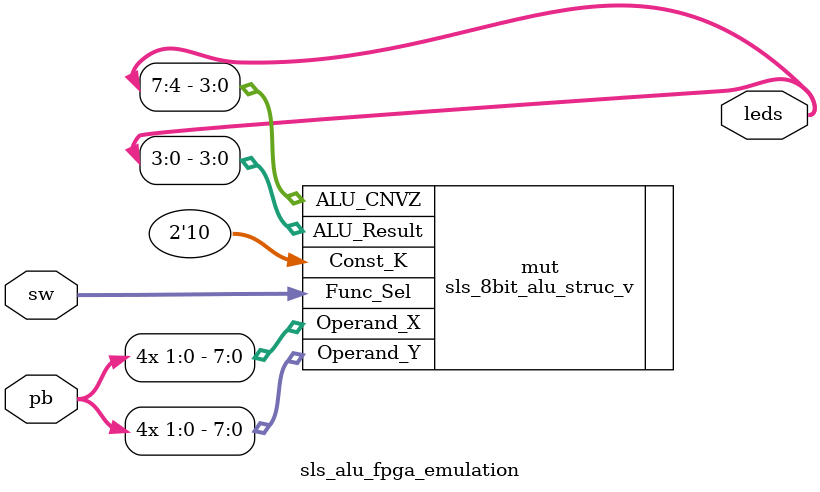
<source format=v>
module sls_alu_fpga_emulation (pb, sw, leds);
// These are the user I/O-Ps of the DE0-Nano board.
// Two push-buttons (pb), four switches (sw) and 
// eight LEDs. (C) Dorin Patru September 2021.
input [1:0] pb;
input [3:0] sw;
output [7:0] leds;
// wire [3:0] intwire;
// I am instantiating my 4-bit ALU, BUT you should
// instantiate your 8-bit ALU, as shwon below.
// These connections will allow you to test all
// combinations you verified through simulation.
// The port-mapping used here is the named or 
// explicit association. Cout is not connected to
// an output pin.
// OPERATION:
// 	sw - select the function
// 	pb - select the operand value patterns: 
//					00, 01, 10, or 10
// 	leds[3:0] - display the least significant 
// 					4 bits of the result
// 	leds[7:4] - display the CNVZ
sls_8bit_alu_struc_v mut	
			(.Func_Sel(sw), 
			.Operand_X({pb, pb, pb, pb}),
			.Operand_Y({pb, pb, pb, pb}), 
			.Const_K(2'b10), 
			.ALU_Result(leds[3:0]), 
			.ALU_CNVZ(leds[7:4]));
// Because you have an 8-bit result, uncomment the
// intwire declaration above and connect your result
// like this: 	.ALU_Result({intwire, leds[3:0]})		
endmodule

</source>
